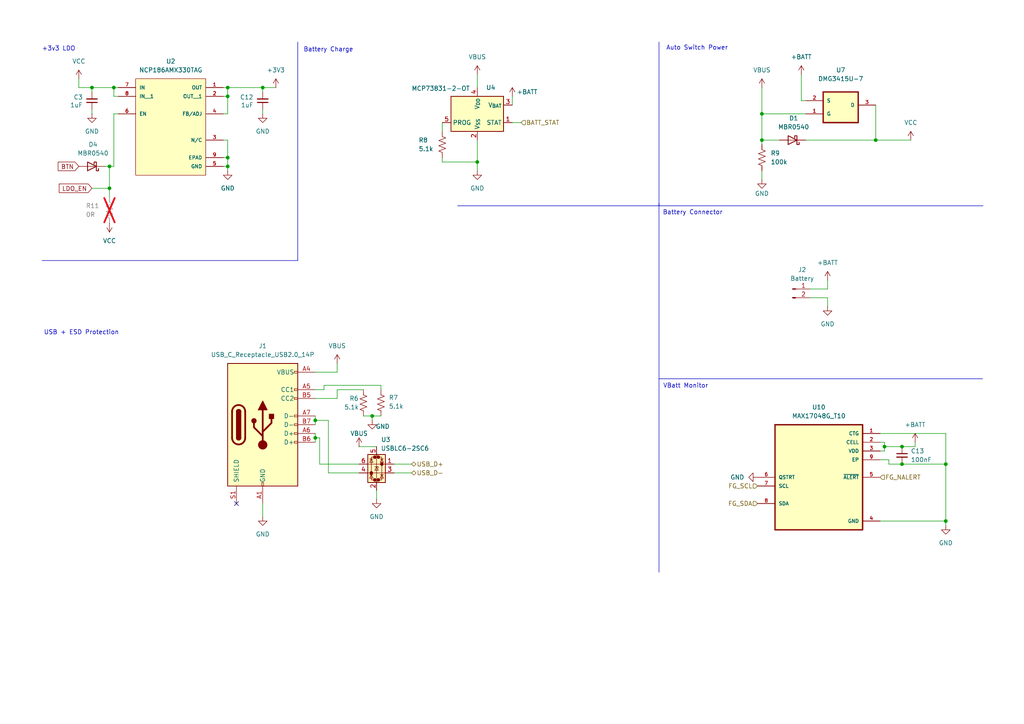
<source format=kicad_sch>
(kicad_sch (version 20231120) (generator "eeschema") (generator_version "8.0")
  (paper "A4")
  (lib_symbols
    (symbol "Battery_Management:MCP73831-2-OT"
      (property "Reference" "U" (at -7.62 6.35 0))
      (property "Value" "MCP73831-2-OT" (at 1.27 6.35 0))
      (symbol "MCP73831-2-OT_0_1"
        (rectangle (start -7.62 5.08) (end 7.62 -5.08) (stroke (width 0.254)) (fill (type background)))
      )
      (symbol "MCP73831-2-OT_1_1"
        (pin tri_state line (at 10.16 -2.54 180) (length 2.54) (name "STAT") (number "1"))
        (pin power_in line (at 0 -7.62 90) (length 2.54) (name "V_{SS}") (number "2"))
        (pin power_out line (at 10.16 2.54 180) (length 2.54) (name "V_{BAT}") (number "3"))
        (pin power_in line (at 0 7.62 270) (length 2.54) (name "V_{DD}") (number "4"))
        (pin input line (at -10.16 -2.54 0) (length 2.54) (name "PROG") (number "5"))
      )
    )
    (symbol "Connector:Conn_01x02_Pin" (pin_names (offset 1.016) hide)
      (property "Reference" "J" (at 0 2.54 0))
      (property "Value" "Conn_01x02_Pin" (at 0 -5.08 0))
      (symbol "Conn_01x02_Pin_1_1"
        (polyline (pts (xy 1.27 -2.54) (xy 0.8636 -2.54)) (stroke (width 0.1524)))
        (polyline (pts (xy 1.27 0) (xy 0.8636 0)) (stroke (width 0.1524)))
        (rectangle (start 0.8636 -2.413) (end 0 -2.667) (stroke (width 0.1524)) (fill (type outline)))
        (rectangle (start 0.8636 0.127) (end 0 -0.127) (stroke (width 0.1524)) (fill (type outline)))
        (pin passive line (at 5.08 0 180) (length 3.81) (name "Pin_1") (number "1"))
        (pin passive line (at 5.08 -2.54 180) (length 3.81) (name "Pin_2") (number "2"))
      )
    )
    (symbol "Connector:USB_C_Receptacle_USB2.0_14P" (pin_names (offset 1.016))
      (property "Reference" "J" (at 0 22.225 0))
      (property "Value" "USB_C_Receptacle_USB2.0_14P" (at 0 19.685 0))
      (symbol "USB_C_Receptacle_USB2.0_14P_0_0"
        (rectangle (start -0.254 -17.78) (end 0.254 -16.764))
        (rectangle (start 10.16 -4.826) (end 9.144 -5.334))
        (rectangle (start 10.16 -2.286) (end 9.144 -2.794))
        (rectangle (start 10.16 0.254) (end 9.144 -0.254))
        (rectangle (start 10.16 2.794) (end 9.144 2.286))
        (rectangle (start 10.16 7.874) (end 9.144 7.366))
        (rectangle (start 10.16 10.414) (end 9.144 9.906))
        (rectangle (start 10.16 15.494) (end 9.144 14.986))
      )
      (symbol "USB_C_Receptacle_USB2.0_14P_0_1"
        (rectangle (start -10.16 17.78) (end 10.16 -17.78) (stroke (width 0.254)) (fill (type background)))
        (arc (start -8.89 -3.81) (mid -6.985 -5.7067) (end -5.08 -3.81) (stroke (width 0.508)))
        (arc (start -7.62 -3.81) (mid -6.985 -4.4423) (end -6.35 -3.81) (stroke (width 0.254)))
        (arc (start -7.62 -3.81) (mid -6.985 -4.4423) (end -6.35 -3.81) (stroke (width 0.254)) (fill (type outline)))
        (rectangle (start -7.62 -3.81) (end -6.35 3.81) (stroke (width 0.254)) (fill (type outline)))
        (arc (start -6.35 3.81) (mid -6.985 4.4423) (end -7.62 3.81) (stroke (width 0.254)))
        (arc (start -6.35 3.81) (mid -6.985 4.4423) (end -7.62 3.81) (stroke (width 0.254)) (fill (type outline)))
        (arc (start -5.08 3.81) (mid -6.985 5.7067) (end -8.89 3.81) (stroke (width 0.508)))
        (circle (center -2.54 1.143) (radius 0.635) (stroke (width 0.254)) (fill (type outline)))
        (circle (center 0 -5.842) (radius 1.27) (fill (type outline)))
        (polyline (pts (xy -8.89 -3.81) (xy -8.89 3.81)) (stroke (width 0.508)))
        (polyline (pts (xy -5.08 3.81) (xy -5.08 -3.81)) (stroke (width 0.508)))
        (polyline (pts (xy 0 -5.842) (xy 0 4.318)) (stroke (width 0.508)))
        (polyline (pts (xy 0 -3.302) (xy -2.54 -0.762) (xy -2.54 0.508)) (stroke (width 0.508)))
        (polyline (pts (xy 0 -2.032) (xy 2.54 0.508) (xy 2.54 1.778)) (stroke (width 0.508)))
        (polyline (pts (xy -1.27 4.318) (xy 0 6.858) (xy 1.27 4.318) (xy -1.27 4.318)) (stroke (width 0.254)) (fill (type outline)))
        (rectangle (start 1.905 1.778) (end 3.175 3.048) (stroke (width 0.254)) (fill (type outline)))
      )
      (symbol "USB_C_Receptacle_USB2.0_14P_1_1"
        (pin passive line (at 0 -22.86 90) (length 5.08) (name "GND") (number "A1"))
        (pin passive line (at 0 -22.86 90) (length 5.08) hide (name "GND") (number "A12"))
        (pin passive line (at 15.24 15.24 180) (length 5.08) (name "VBUS") (number "A4"))
        (pin bidirectional line (at 15.24 10.16 180) (length 5.08) (name "CC1") (number "A5"))
        (pin bidirectional line (at 15.24 -2.54 180) (length 5.08) (name "D+") (number "A6"))
        (pin bidirectional line (at 15.24 2.54 180) (length 5.08) (name "D-") (number "A7"))
        (pin passive line (at 15.24 15.24 180) (length 5.08) hide (name "VBUS") (number "A9"))
        (pin passive line (at 0 -22.86 90) (length 5.08) hide (name "GND") (number "B1"))
        (pin passive line (at 0 -22.86 90) (length 5.08) hide (name "GND") (number "B12"))
        (pin passive line (at 15.24 15.24 180) (length 5.08) hide (name "VBUS") (number "B4"))
        (pin bidirectional line (at 15.24 7.62 180) (length 5.08) (name "CC2") (number "B5"))
        (pin bidirectional line (at 15.24 -5.08 180) (length 5.08) (name "D+") (number "B6"))
        (pin bidirectional line (at 15.24 0 180) (length 5.08) (name "D-") (number "B7"))
        (pin passive line (at 15.24 15.24 180) (length 5.08) hide (name "VBUS") (number "B9"))
        (pin passive line (at -7.62 -22.86 90) (length 5.08) (name "SHIELD") (number "S1"))
      )
    )
    (symbol "DMG3415U-7:DMG3415U-7" (pin_names (offset 1.016))
      (property "Reference" "U8" (at 0 10.16 0))
      (property "Value" "DMG3415U-7" (at 0 7.62 0))
      (symbol "DMG3415U-7_0_0"
        (rectangle (start -5.08 3.81) (end 5.08 -5.08) (stroke (width 0.4064)) (fill (type background)))
        (pin power_in line (at -10.16 -2.54 0) (length 5.08) (name "G") (number "1"))
        (pin passive line (at -10.16 1.27 0) (length 5.08) (name "S") (number "2"))
        (pin output line (at 10.16 0 180) (length 5.08) (name "D") (number "3"))
      )
    )
    (symbol "Device:C_Small" (pin_numbers hide) (pin_names (offset 0.254) hide)
      (property "Reference" "C" (at 0.254 1.778 0))
      (property "Value" "C_Small" (at 0.254 -2.032 0))
      (symbol "C_Small_0_1"
        (polyline (pts (xy -1.524 -0.508) (xy 1.524 -0.508)) (stroke (width 0.3302)))
        (polyline (pts (xy -1.524 0.508) (xy 1.524 0.508)) (stroke (width 0.3048)))
      )
      (symbol "C_Small_1_1"
        (pin passive line (at 0 2.54 270) (length 2.032) (name "~") (number "1"))
        (pin passive line (at 0 -2.54 90) (length 2.032) (name "~") (number "2"))
      )
    )
    (symbol "Device:R_US" (pin_numbers hide) (pin_names (offset 0))
      (property "Reference" "R" (at 2.54 0 90))
      (property "Value" "R_US" (at -2.54 0 90))
      (symbol "R_US_0_1"
        (polyline (pts (xy 0 -2.286) (xy 0 -2.54)))
        (polyline (pts (xy 0 2.286) (xy 0 2.54)))
        (polyline (pts (xy 0 -0.762) (xy 1.016 -1.143) (xy 0 -1.524) (xy -1.016 -1.905) (xy 0 -2.286)))
        (polyline (pts (xy 0 0.762) (xy 1.016 0.381) (xy 0 0) (xy -1.016 -0.381) (xy 0 -0.762)))
        (polyline (pts (xy 0 2.286) (xy 1.016 1.905) (xy 0 1.524) (xy -1.016 1.143) (xy 0 0.762)))
      )
      (symbol "R_US_1_1"
        (pin passive line (at 0 3.81 270) (length 1.27) (name "~") (number "1"))
        (pin passive line (at 0 -3.81 90) (length 1.27) (name "~") (number "2"))
      )
    )
    (symbol "Diode:MBR0540" (pin_numbers hide) (pin_names (offset 1.016) hide)
      (property "Reference" "D" (at 0 2.54 0))
      (property "Value" "MBR0540" (at 0 -2.54 0))
      (symbol "MBR0540_0_1"
        (polyline (pts (xy 1.27 0) (xy -1.27 0)))
        (polyline (pts (xy 1.27 1.27) (xy 1.27 -1.27) (xy -1.27 0) (xy 1.27 1.27)) (stroke (width 0.254)))
        (polyline (pts (xy -1.905 0.635) (xy -1.905 1.27) (xy -1.27 1.27) (xy -1.27 -1.27) (xy -0.635 -1.27) (xy -0.635 -0.635)) (stroke (width 0.254)))
      )
      (symbol "MBR0540_1_1"
        (pin passive line (at -3.81 0 0) (length 2.54) (name "K") (number "1"))
        (pin passive line (at 3.81 0 180) (length 2.54) (name "A") (number "2"))
      )
    )
    (symbol "MAX17048G_T10:MAX17048G_T10" (pin_names (offset 1.016))
      (property "Reference" "U" (at -12.7 16.24 0))
      (property "Value" "MAX17048G_T10" (at -12.7 -19.24 0))
      (symbol "MAX17048G_T10_0_0"
        (rectangle (start -12.7 -15.24) (end 12.7 15.24) (stroke (width 0.41)) (fill (type background)))
        (pin power_in line (at 17.78 12.7 180) (length 5.08) (name "CTG") (number "1"))
        (pin power_in line (at 17.78 10.16 180) (length 5.08) (name "CELL") (number "2"))
        (pin power_in line (at 17.78 7.62 180) (length 5.08) (name "VDD") (number "3"))
        (pin power_in line (at 17.78 -12.7 180) (length 5.08) (name "GND") (number "4"))
        (pin output line (at 17.78 0 180) (length 5.08) (name "~{ALERT}") (number "5"))
        (pin input line (at -17.78 0 0) (length 5.08) (name "QSTRT") (number "6"))
        (pin input line (at -17.78 -2.54 0) (length 5.08) (name "SCL") (number "7"))
        (pin bidirectional line (at -17.78 -7.62 0) (length 5.08) (name "SDA") (number "8"))
        (pin power_in line (at 17.78 5.08 180) (length 5.08) (name "EP") (number "9"))
      )
    )
    (symbol "NCP186AMX330TAG:NCP186AMX330TAG" (pin_names (offset 1.016))
      (property "Reference" "U" (at -10.16 13.208 0))
      (property "Value" "NCP186AMX330TAG" (at -10.16 -17.78 0))
      (symbol "NCP186AMX330TAG_0_0"
        (rectangle (start -10.16 -15.24) (end 10.16 12.7) (stroke (width 0.1524)) (fill (type background)))
        (pin output line (at 15.24 10.16 180) (length 5.08) (name "OUT") (number "1"))
        (pin output line (at 15.24 7.62 180) (length 5.08) (name "OUT__1") (number "2"))
        (pin passive line (at 15.24 -5.08 180) (length 5.08) (name "N/C") (number "3"))
        (pin input line (at 15.24 2.54 180) (length 5.08) (name "FB/ADJ") (number "4"))
        (pin power_in line (at 15.24 -12.7 180) (length 5.08) (name "GND") (number "5"))
        (pin input line (at -15.24 2.54 0) (length 5.08) (name "EN") (number "6"))
        (pin input line (at -15.24 10.16 0) (length 5.08) (name "IN") (number "7"))
        (pin input line (at -15.24 7.62 0) (length 5.08) (name "IN__1") (number "8"))
        (pin power_in line (at 15.24 -10.16 180) (length 5.08) (name "EPAD") (number "9"))
      )
    )
    (symbol "Power_Protection:USBLC6-2SC6" (pin_names hide)
      (property "Reference" "U" (at 0.635 5.715 0))
      (property "Value" "USBLC6-2SC6" (at 0.635 3.81 0))
      (symbol "USBLC6-2SC6_0_0"
        (circle (center -1.524 0) (radius 0.0001) (stroke (width 0.508)))
        (circle (center -0.508 -4.572) (radius 0.0001) (stroke (width 0.508)))
        (circle (center -0.508 2.032) (radius 0.0001) (stroke (width 0.508)))
        (circle (center 0.508 -4.572) (radius 0.0001) (stroke (width 0.508)))
        (circle (center 0.508 2.032) (radius 0.0001) (stroke (width 0.508)))
        (circle (center 1.524 -2.54) (radius 0.0001) (stroke (width 0.508)))
      )
      (symbol "USBLC6-2SC6_0_1"
        (polyline (pts (xy -2.54 -2.54) (xy 2.54 -2.54)))
        (polyline (pts (xy -2.54 0) (xy 2.54 0)))
        (polyline (pts (xy -2.032 -3.048) (xy -1.016 -3.048)))
        (polyline (pts (xy -1.016 1.524) (xy -2.032 1.524)))
        (polyline (pts (xy 1.016 -3.048) (xy 2.032 -3.048)))
        (polyline (pts (xy 1.016 1.524) (xy 2.032 1.524)))
        (polyline (pts (xy -0.508 -1.143) (xy -0.508 -0.762) (xy 0.508 -0.762)))
        (polyline (pts (xy -2.032 0.508) (xy -1.016 0.508) (xy -1.524 1.524) (xy -2.032 0.508)))
        (polyline (pts (xy -1.016 -4.064) (xy -2.032 -4.064) (xy -1.524 -3.048) (xy -1.016 -4.064)))
        (polyline (pts (xy 0.508 -1.778) (xy -0.508 -1.778) (xy 0 -0.762) (xy 0.508 -1.778)))
        (polyline (pts (xy 2.032 -4.064) (xy 1.016 -4.064) (xy 1.524 -3.048) (xy 2.032 -4.064)))
        (polyline (pts (xy 2.032 0.508) (xy 1.016 0.508) (xy 1.524 1.524) (xy 2.032 0.508)))
        (polyline (pts (xy 0 2.54) (xy -0.508 2.032) (xy 0.508 2.032) (xy 0 1.524) (xy 0 -4.064) (xy -0.508 -4.572) (xy 0.508 -4.572) (xy 0 -5.08)))
      )
      (symbol "USBLC6-2SC6_1_1"
        (rectangle (start -2.54 2.794) (end 2.54 -5.334) (stroke (width 0.254)) (fill (type background)))
        (polyline (pts (xy -0.508 2.032) (xy -1.524 2.032) (xy -1.524 -4.572) (xy -0.508 -4.572)))
        (polyline (pts (xy 0.508 -4.572) (xy 1.524 -4.572) (xy 1.524 2.032) (xy 0.508 2.032)))
        (pin passive line (at -5.08 0 0) (length 2.54) (name "I/O1") (number "1"))
        (pin passive line (at 0 -7.62 90) (length 2.54) (name "GND") (number "2"))
        (pin passive line (at -5.08 -2.54 0) (length 2.54) (name "I/O2") (number "3"))
        (pin passive line (at 5.08 -2.54 180) (length 2.54) (name "I/O2") (number "4"))
        (pin passive line (at 0 5.08 270) (length 2.54) (name "VBUS") (number "5"))
        (pin passive line (at 5.08 0 180) (length 2.54) (name "I/O1") (number "6"))
      )
    )
    (symbol "power:+3V3" (power) (pin_numbers hide) (pin_names (offset 0) hide)
      (property "Value" "+3V3" (at 0 3.556 0))
      (symbol "+3V3_0_1"
        (polyline (pts (xy -0.762 1.27) (xy 0 2.54)))
        (polyline (pts (xy 0 0) (xy 0 2.54)))
        (polyline (pts (xy 0 2.54) (xy 0.762 1.27)))
      )
      (symbol "+3V3_1_1"
        (pin power_in line (at 0 0 90) (length 0) (name "~") (number "1"))
      )
    )
    (symbol "power:+BATT" (power) (pin_numbers hide) (pin_names (offset 0) hide)
      (property "Value" "+BATT" (at 0 3.556 0))
      (symbol "+BATT_0_1"
        (polyline (pts (xy -0.762 1.27) (xy 0 2.54)))
        (polyline (pts (xy 0 0) (xy 0 2.54)))
        (polyline (pts (xy 0 2.54) (xy 0.762 1.27)))
      )
      (symbol "+BATT_1_1"
        (pin power_in line (at 0 0 90) (length 0) (name "~") (number "1"))
      )
    )
    (symbol "power:GND" (power) (pin_numbers hide) (pin_names (offset 0) hide)
      (property "Value" "GND" (at 0 -3.81 0))
      (symbol "GND_0_1"
        (polyline (pts (xy 0 0) (xy 0 -1.27) (xy 1.27 -1.27) (xy 0 -2.54) (xy -1.27 -1.27) (xy 0 -1.27)))
      )
      (symbol "GND_1_1"
        (pin power_in line (at 0 0 270) (length 0) (name "~") (number "1"))
      )
    )
    (symbol "power:VBUS" (power) (pin_numbers hide) (pin_names (offset 0) hide)
      (property "Value" "VBUS" (at 0 3.556 0))
      (symbol "VBUS_0_1"
        (polyline (pts (xy -0.762 1.27) (xy 0 2.54)))
        (polyline (pts (xy 0 0) (xy 0 2.54)))
        (polyline (pts (xy 0 2.54) (xy 0.762 1.27)))
      )
      (symbol "VBUS_1_1"
        (pin power_in line (at 0 0 90) (length 0) (name "~") (number "1"))
      )
    )
    (symbol "power:VCC" (power) (pin_numbers hide) (pin_names (offset 0) hide)
      (property "Value" "VCC" (at 0 3.556 0))
      (symbol "VCC_0_1"
        (polyline (pts (xy -0.762 1.27) (xy 0 2.54)))
        (polyline (pts (xy 0 0) (xy 0 2.54)))
        (polyline (pts (xy 0 2.54) (xy 0.762 1.27)))
      )
      (symbol "VCC_1_1"
        (pin power_in line (at 0 0 90) (length 0) (name "~") (number "1"))
      )
    )
    (symbol "power:VDD" (power) (pin_numbers hide) (pin_names (offset 0) hide)
      (property "Value" "VDD" (at 0 3.556 0))
      (symbol "VDD_0_1"
        (polyline (pts (xy -0.762 1.27) (xy 0 2.54)))
        (polyline (pts (xy 0 0) (xy 0 2.54)))
        (polyline (pts (xy 0 2.54) (xy 0.762 1.27)))
      )
      (symbol "VDD_1_1"
        (pin power_in line (at 0 0 90) (length 0) (name "~") (number "1"))
      )
    )
  )
  (junction (at 31.75 48.26))
  (junction (at 261.62 134.62))
  (junction (at 66.04 45.72))
  (junction (at 76.2 25.4))
  (junction (at 91.44 121.92))
  (junction (at 31.75 54.61))
  (junction (at 66.04 27.94))
  (junction (at 33.02 25.4))
  (junction (at 91.44 127))
  (junction (at 274.32 151.13))
  (junction (at 274.32 134.62))
  (junction (at 138.43 46.99))
  (junction (at 256.54 129.54))
  (junction (at 66.04 25.4))
  (junction (at 26.67 25.4))
  (junction (at 220.98 40.64))
  (junction (at 254 40.64))
  (junction (at 66.04 48.26))
  (junction (at 220.98 33.02))
  (junction (at 261.62 129.54))
  (junction (at 107.95 120.65))
  (no_connect (at 68.58 146.05))
  (wire (pts (xy 64.77 33.02) (xy 66.04 33.02)))
  (wire (pts (xy 91.44 115.57) (xy 97.79 115.57)))
  (wire (pts (xy 91.44 120.65) (xy 91.44 121.92)))
  (wire (pts (xy 26.67 54.61) (xy 31.75 54.61)))
  (wire (pts (xy 256.54 129.54) (xy 256.54 130.81)))
  (wire (pts (xy 31.75 54.61) (xy 31.75 57.15)))
  (wire (pts (xy 255.27 130.81) (xy 256.54 130.81)))
  (wire (pts (xy 92.71 134.62) (xy 104.14 134.62)))
  (wire (pts (xy 76.2 31.75) (xy 76.2 33.02)))
  (wire (pts (xy 33.02 33.02) (xy 33.02 48.26)))
  (wire (pts (xy 97.79 115.57) (xy 97.79 113.03)))
  (wire (pts (xy 255.27 125.73) (xy 274.32 125.73)))
  (wire (pts (xy 256.54 129.54) (xy 261.62 129.54)))
  (wire (pts (xy 240.03 83.82) (xy 240.03 81.28)))
  (wire (pts (xy 64.77 25.4) (xy 66.04 25.4)))
  (wire (pts (xy 234.95 86.36) (xy 240.03 86.36)))
  (wire (pts (xy 254 40.64) (xy 264.16 40.64)))
  (wire (pts (xy 80.01 25.4) (xy 76.2 25.4)))
  (wire (pts (xy 234.95 83.82) (xy 240.03 83.82)))
  (wire (pts (xy 26.67 31.75) (xy 26.67 33.02)))
  (wire (pts (xy 151.13 35.56) (xy 148.59 35.56)))
  (wire (pts (xy 148.59 27.94) (xy 148.59 30.48)))
  (wire (pts (xy 64.77 48.26) (xy 66.04 48.26)))
  (wire (pts (xy 265.43 128.27) (xy 265.43 129.54)))
  (wire (pts (xy 240.03 86.36) (xy 240.03 88.9)))
  (wire (pts (xy 95.25 121.92) (xy 95.25 137.16)))
  (wire (pts (xy 66.04 27.94) (xy 66.04 33.02)))
  (wire (pts (xy 220.98 33.02) (xy 220.98 40.64)))
  (polyline (pts (xy 191.135 109.855) (xy 191.135 59.055)))
  (wire (pts (xy 274.32 151.13) (xy 274.32 152.4)))
  (wire (pts (xy 26.67 25.4) (xy 33.02 25.4)))
  (wire (pts (xy 138.43 21.59) (xy 138.43 25.4)))
  (wire (pts (xy 93.98 113.03) (xy 91.44 113.03)))
  (wire (pts (xy 93.98 113.03) (xy 93.98 111.76)))
  (wire (pts (xy 220.98 25.4) (xy 220.98 33.02)))
  (wire (pts (xy 255.27 128.27) (xy 256.54 128.27)))
  (wire (pts (xy 274.32 134.62) (xy 274.32 151.13)))
  (wire (pts (xy 220.98 33.02) (xy 233.68 33.02)))
  (wire (pts (xy 220.98 49.53) (xy 220.98 52.07)))
  (wire (pts (xy 64.77 40.64) (xy 66.04 40.64)))
  (wire (pts (xy 109.22 142.24) (xy 109.22 144.78)))
  (wire (pts (xy 114.3 134.62) (xy 119.38 134.62)))
  (wire (pts (xy 93.98 111.76) (xy 110.49 111.76)))
  (wire (pts (xy 91.44 127) (xy 92.71 127)))
  (wire (pts (xy 31.75 48.26) (xy 31.75 54.61)))
  (wire (pts (xy 64.77 45.72) (xy 66.04 45.72)))
  (wire (pts (xy 95.25 121.92) (xy 91.44 121.92)))
  (wire (pts (xy 33.02 48.26) (xy 31.75 48.26)))
  (wire (pts (xy 33.02 25.4) (xy 33.02 27.94)))
  (polyline (pts (xy 191.135 12.192) (xy 191.135 59.69)))
  (wire (pts (xy 92.71 127) (xy 92.71 134.62)))
  (wire (pts (xy 34.29 25.4) (xy 33.02 25.4)))
  (wire (pts (xy 220.98 40.64) (xy 226.06 40.64)))
  (wire (pts (xy 97.79 107.95) (xy 97.79 105.41)))
  (wire (pts (xy 105.41 120.65) (xy 107.95 120.65)))
  (wire (pts (xy 128.27 35.56) (xy 128.27 38.1)))
  (wire (pts (xy 22.86 25.4) (xy 26.67 25.4)))
  (wire (pts (xy 220.98 40.64) (xy 220.98 41.91)))
  (polyline (pts (xy 86.36 12.192) (xy 86.36 75.565)))
  (wire (pts (xy 256.54 128.27) (xy 256.54 129.54)))
  (wire (pts (xy 255.27 151.13) (xy 274.32 151.13)))
  (wire (pts (xy 91.44 127) (xy 91.44 128.27)))
  (wire (pts (xy 138.43 46.99) (xy 138.43 49.53)))
  (wire (pts (xy 34.29 33.02) (xy 33.02 33.02)))
  (wire (pts (xy 110.49 111.76) (xy 110.49 113.03)))
  (wire (pts (xy 26.67 26.67) (xy 26.67 25.4)))
  (wire (pts (xy 261.62 134.62) (xy 274.32 134.62)))
  (wire (pts (xy 95.25 137.16) (xy 104.14 137.16)))
  (wire (pts (xy 257.81 134.62) (xy 257.81 133.35)))
  (wire (pts (xy 33.02 27.94) (xy 34.29 27.94)))
  (wire (pts (xy 31.75 48.26) (xy 30.48 48.26)))
  (wire (pts (xy 66.04 45.72) (xy 66.04 48.26)))
  (wire (pts (xy 66.04 25.4) (xy 66.04 27.94)))
  (wire (pts (xy 274.32 125.73) (xy 274.32 134.62)))
  (wire (pts (xy 233.68 40.64) (xy 254 40.64)))
  (wire (pts (xy 66.04 48.26) (xy 66.04 49.53)))
  (polyline (pts (xy 12.192 75.565) (xy 86.36 75.565)))
  (wire (pts (xy 232.41 29.21) (xy 233.68 29.21)))
  (wire (pts (xy 254 30.48) (xy 254 40.64)))
  (wire (pts (xy 66.04 25.4) (xy 76.2 25.4)))
  (wire (pts (xy 104.14 129.54) (xy 109.22 129.54)))
  (polyline (pts (xy 284.988 109.855) (xy 191.135 109.855)))
  (wire (pts (xy 257.81 134.62) (xy 261.62 134.62)))
  (wire (pts (xy 265.43 129.54) (xy 261.62 129.54)))
  (wire (pts (xy 138.43 40.64) (xy 138.43 46.99)))
  (wire (pts (xy 64.77 27.94) (xy 66.04 27.94)))
  (polyline (pts (xy 132.715 59.69) (xy 285.115 59.69)))
  (wire (pts (xy 128.27 46.99) (xy 128.27 45.72)))
  (wire (pts (xy 91.44 107.95) (xy 97.79 107.95)))
  (wire (pts (xy 91.44 121.92) (xy 91.44 123.19)))
  (wire (pts (xy 22.86 22.86) (xy 22.86 25.4)))
  (wire (pts (xy 66.04 40.64) (xy 66.04 45.72)))
  (wire (pts (xy 91.44 125.73) (xy 91.44 127)))
  (wire (pts (xy 107.95 120.65) (xy 107.95 121.92)))
  (wire (pts (xy 257.81 133.35) (xy 255.27 133.35)))
  (polyline (pts (xy 191.135 109.855) (xy 191.135 165.9685)))
  (wire (pts (xy 97.79 113.03) (xy 105.41 113.03)))
  (wire (pts (xy 76.2 146.05) (xy 76.2 149.86)))
  (wire (pts (xy 232.41 21.59) (xy 232.41 29.21)))
  (wire (pts (xy 107.95 120.65) (xy 110.49 120.65)))
  (wire (pts (xy 119.38 137.16) (xy 114.3 137.16)))
  (wire (pts (xy 128.27 46.99) (xy 138.43 46.99)))
  (wire (pts (xy 76.2 25.4) (xy 76.2 26.67)))
  (text "Battery Connector" (at 200.914 61.722 0) (effects (font (size 1.27 1.27))))
  (text "USB + ESD Protection" (at 23.622 96.52 0) (effects (font (size 1.27 1.27))))
  (text "+3v3 LDO" (at 17.018 14.224 0) (effects (font (size 1.27 1.27))))
  (text "Auto Switch Power" (at 202.184 13.97 0) (effects (font (size 1.27 1.27))))
  (text "VBatt Monitor" (at 198.882 112.014 0) (effects (font (size 1.27 1.27))))
  (text "Battery Charge" (at 95.25 14.478 0) (effects (font (size 1.27 1.27))))
  (global_label "LDO_EN" (shape input) (at 26.67 54.61 180) (property "Intersheetrefs" "${INTERSHEET_REFS}" (effects (hide yes))))
  (global_label "BTN" (shape input) (at 22.86 48.26 180) (property "Intersheetrefs" "${INTERSHEET_REFS}" (effects (hide yes))))
  (hierarchical_label "FG_SDA" (shape input) (at 219.71 146.05 180))
  (hierarchical_label "USB_D-" (shape bidirectional) (at 119.38 137.16 0))
  (hierarchical_label "BATT_STAT" (shape input) (at 151.13 35.56 0))
  (hierarchical_label "USB_D+" (shape bidirectional) (at 119.38 134.62 0))
  (hierarchical_label "FG_SCL" (shape input) (at 219.71 140.97 180))
  (hierarchical_label "FG_NALERT" (shape input) (at 255.27 138.43 0))
  (symbol (lib_id "Diode:MBR0540") (at 229.87 40.64 180) (unit 1)
    (property "Reference" "D1" (at 230.1875 34.29 0))
    (property "Value" "MBR0540" (at 230.1875 36.83 0))
    (property "Footprint" "Diode_SMD:D_SOD-123" (effects (hide yes)))
    (property "Datasheet" "http://www.mccsemi.com/up_pdf/MBR0520~MBR0580(SOD123).pdf" (effects (hide yes)))
    (property "Description" "40V 0.5A Schottky Power Rectifier Diode, SOD-123" (effects (hide yes)))
  )
  (symbol (lib_id "power:VBUS") (at 220.98 25.4 0) (unit 1)
    (property "Reference" "#PWR027" (effects (hide yes)))
    (property "Value" "VBUS" (at 220.98 20.32 0))
    (property "Description" "Power symbol creates a global label with name \"VBUS\"" (effects (hide yes)))
  )
  (symbol (lib_id "Power_Protection:USBLC6-2SC6") (at 109.22 134.62 0) (mirror y) (unit 1)
    (property "Reference" "U3" (at 113.284 127.508 0) (effects (justify left)))
    (property "Value" "USBLC6-2SC6" (at 124.46 130.048 0) (effects (justify left)))
    (property "Footprint" "Package_TO_SOT_SMD:SOT-23-6" (effects (hide yes)))
    (property "Datasheet" "https://www.st.com/resource/en/datasheet/usblc6-2.pdf" (effects (hide yes)))
    (property "Description" "Very low capacitance ESD protection diode, 2 data-line, SOT-23-6" (effects (hide yes)))
  )
  (symbol (lib_id "power:+3V3") (at 80.01 25.4 0) (unit 1)
    (property "Reference" "#PWR060" (effects (hide yes)))
    (property "Value" "+3V3" (at 80.01 20.32 0))
    (property "Description" "Power symbol creates a global label with name \"+3V3\"" (effects (hide yes)))
  )
  (symbol (lib_id "Device:R_US") (at 31.75 60.96 0) (unit 1) (dnp yes)
    (property "Reference" "R11" (at 24.892 59.69 0) (effects (justify left)))
    (property "Value" "0R" (at 24.892 62.23 0) (effects (justify left)))
    (property "Footprint" "Resistor_SMD:R_0402_1005Metric" (effects (hide yes)))
    (property "Description" "Resistor, US symbol" (effects (hide yes)))
  )
  (symbol (lib_id "power:+BATT") (at 148.59 27.94 0) (unit 1)
    (property "Reference" "#PWR026" (effects (hide yes)))
    (property "Value" "+BATT" (at 152.908 26.67 0))
    (property "Description" "Power symbol creates a global label with name \"+BATT\"" (effects (hide yes)))
  )
  (symbol (lib_id "Device:R_US") (at 128.27 41.91 0) (unit 1)
    (property "Reference" "R8" (at 121.412 40.64 0) (effects (justify left)))
    (property "Value" "5.1k" (at 121.412 43.18 0) (effects (justify left)))
    (property "Footprint" "Resistor_SMD:R_0402_1005Metric" (effects (hide yes)))
    (property "Description" "Resistor, US symbol" (effects (hide yes)))
  )
  (symbol (lib_id "power:GND") (at 138.43 49.53 0) (unit 1)
    (property "Reference" "#PWR025" (effects (hide yes)))
    (property "Value" "GND" (at 138.43 54.61 0))
    (property "Description" "Power symbol creates a global label with name \"GND\" , ground" (effects (hide yes)))
  )
  (symbol (lib_id "power:GND") (at 109.22 144.78 0) (unit 1)
    (property "Reference" "#PWR023" (effects (hide yes)))
    (property "Value" "GND" (at 109.22 149.86 0))
    (property "Description" "Power symbol creates a global label with name \"GND\" , ground" (effects (hide yes)))
  )
  (symbol (lib_id "power:GND") (at 220.98 52.07 0) (unit 1)
    (property "Reference" "#PWR028" (effects (hide yes)))
    (property "Value" "GND" (at 220.98 56.134 0))
    (property "Description" "Power symbol creates a global label with name \"GND\" , ground" (effects (hide yes)))
  )
  (symbol (lib_id "power:VBUS") (at 104.14 129.54 0) (unit 1)
    (property "Reference" "#PWR021" (effects (hide yes)))
    (property "Value" "VBUS" (at 104.14 125.73 0))
    (property "Description" "Power symbol creates a global label with name \"VBUS\"" (effects (hide yes)))
  )
  (symbol (lib_id "power:+BATT") (at 240.03 81.28 0) (unit 1)
    (property "Reference" "#PWR030" (effects (hide yes)))
    (property "Value" "+BATT" (at 240.03 76.2 0))
    (property "Description" "Power symbol creates a global label with name \"+BATT\"" (effects (hide yes)))
  )
  (symbol (lib_id "power:GND") (at 240.03 88.9 0) (unit 1)
    (property "Reference" "#PWR031" (effects (hide yes)))
    (property "Value" "GND" (at 240.03 93.98 0))
    (property "Description" "Power symbol creates a global label with name \"GND\" , ground" (effects (hide yes)))
  )
  (symbol (lib_id "DMG3415U-7:DMG3415U-7") (at 243.84 30.48 0) (unit 1)
    (property "Reference" "U7" (at 243.84 20.32 0))
    (property "Value" "DMG3415U-7" (at 243.84 22.86 0))
    (property "Footprint" "custom_comps:SOT95P240X105-3N" (effects (hide yes)))
    (property "MPN" "DMG3415U-7" (effects (hide yes)))
    (property "OC_FARNELL" "1843688" (effects (hide yes)))
    (property "OC_NEWARK" "12T2026" (effects (hide yes)))
    (property "SUPPLIER" "Diodes Inc" (effects (hide yes)))
    (property "PACKAGE" "SOT-23-3" (effects (hide yes)))
  )
  (symbol (lib_id "Device:R_US") (at 110.49 116.84 0) (unit 1)
    (property "Reference" "R7" (at 112.776 115.316 0) (effects (justify left)))
    (property "Value" "5.1k" (at 112.776 117.856 0) (effects (justify left)))
    (property "Footprint" "Resistor_SMD:R_0402_1005Metric" (effects (hide yes)))
    (property "Description" "Resistor, US symbol" (effects (hide yes)))
  )
  (symbol (lib_id "power:GND") (at 76.2 149.86 0) (unit 1)
    (property "Reference" "#PWR018" (effects (hide yes)))
    (property "Value" "GND" (at 76.2 154.94 0))
    (property "Description" "Power symbol creates a global label with name \"GND\" , ground" (effects (hide yes)))
  )
  (symbol (lib_id "MAX17048G_T10:MAX17048G_T10") (at 237.49 138.43 0) (unit 1)
    (property "Reference" "U10" (at 237.49 118.11 0))
    (property "Value" "MAX17048G_T10" (at 237.49 120.65 0))
    (property "Footprint" "custom_comps:SON50P200X200X80-9N" (effects (hide yes)))
  )
  (symbol (lib_id "power:+BATT") (at 265.43 128.27 0) (unit 1)
    (property "Reference" "#PWR032" (effects (hide yes)))
    (property "Value" "+BATT" (at 265.43 123.19 0))
    (property "Description" "Power symbol creates a global label with name \"+BATT\"" (effects (hide yes)))
  )
  (symbol (lib_id "Connector:Conn_01x02_Pin") (at 229.87 83.82 0) (unit 1)
    (property "Reference" "J2" (at 232.664 78.232 0))
    (property "Value" "Battery" (at 232.664 80.772 0))
    (property "Footprint" "custom_comps:2 Wire Pads" (effects (hide yes)))
    (property "Description" "Generic connector, single row, 01x02, script generated" (effects (hide yes)))
  )
  (symbol (lib_id "power:VBUS") (at 97.79 105.41 0) (unit 1)
    (property "Reference" "#PWR020" (effects (hide yes)))
    (property "Value" "VBUS" (at 97.79 100.33 0))
    (property "Description" "Power symbol creates a global label with name \"VBUS\"" (effects (hide yes)))
  )
  (symbol (lib_id "power:GND") (at 76.2 33.02 0) (unit 1)
    (property "Reference" "#PWR017" (effects (hide yes)))
    (property "Value" "GND" (at 76.2 38.1 0))
    (property "Description" "Power symbol creates a global label with name \"GND\" , ground" (effects (hide yes)))
  )
  (symbol (lib_id "power:GND") (at 219.71 138.43 270) (unit 1)
    (property "Reference" "#PWR068" (effects (hide yes)))
    (property "Value" "GND" (at 215.9 138.4299 90) (effects (justify right)))
    (property "Description" "Power symbol creates a global label with name \"GND\" , ground" (effects (hide yes)))
  )
  (symbol (lib_id "power:GND") (at 66.04 49.53 0) (unit 1)
    (property "Reference" "#PWR016" (effects (hide yes)))
    (property "Value" "GND" (at 66.04 54.61 0))
    (property "Description" "Power symbol creates a global label with name \"GND\" , ground" (effects (hide yes)))
  )
  (symbol (lib_id "power:GND") (at 274.32 152.4 0) (unit 1)
    (property "Reference" "#PWR029" (effects (hide yes)))
    (property "Value" "GND" (at 274.32 157.48 0))
    (property "Description" "Power symbol creates a global label with name \"GND\" , ground" (effects (hide yes)))
  )
  (symbol (lib_id "Connector:USB_C_Receptacle_USB2.0_14P") (at 76.2 123.19 0) (unit 1)
    (property "Reference" "J1" (at 76.2 100.33 0))
    (property "Value" "USB_C_Receptacle_USB2.0_14P" (at 76.2 102.87 0))
    (property "Footprint" "Connector_USB:USB_C_Receptacle_G-Switch_GT-USB-7010ASV" (effects (hide yes)))
    (property "Datasheet" "https://www.usb.org/sites/default/files/documents/usb_type-c.zip" (effects (hide yes)))
    (property "Description" "USB 2.0-only 14P Type-C Receptacle connector" (effects (hide yes)))
  )
  (symbol (lib_id "Diode:MBR0540") (at 26.67 48.26 180) (unit 1)
    (property "Reference" "D4" (at 26.9875 41.91 0))
    (property "Value" "MBR0540" (at 26.9875 44.45 0))
    (property "Footprint" "Diode_SMD:D_SOD-123" (effects (hide yes)))
    (property "Datasheet" "http://www.mccsemi.com/up_pdf/MBR0520~MBR0580(SOD123).pdf" (effects (hide yes)))
    (property "Description" "40V 0.5A Schottky Power Rectifier Diode, SOD-123" (effects (hide yes)))
  )
  (symbol (lib_id "power:VCC") (at 264.16 40.64 0) (unit 1)
    (property "Reference" "#PWR034" (effects (hide yes)))
    (property "Value" "VCC" (at 264.16 35.56 0))
    (property "Description" "Power symbol creates a global label with name \"VCC\"" (effects (hide yes)))
  )
  (symbol (lib_id "power:GND") (at 107.95 121.92 0) (unit 1)
    (property "Reference" "#PWR022" (effects (hide yes)))
    (property "Value" "GND" (at 110.998 123.698 0))
    (property "Description" "Power symbol creates a global label with name \"GND\" , ground" (effects (hide yes)))
  )
  (symbol (lib_id "Device:C_Small") (at 261.62 132.08 0) (unit 1)
    (property "Reference" "C13" (at 264.16 130.8162 0) (effects (justify left)))
    (property "Value" "100nF" (at 264.16 133.3562 0) (effects (justify left)))
    (property "Footprint" "Capacitor_SMD:C_0402_1005Metric" (effects (hide yes)))
    (property "Description" "Unpolarized capacitor, small symbol" (effects (hide yes)))
  )
  (symbol (lib_id "NCP186AMX330TAG:NCP186AMX330TAG") (at 49.53 35.56 0) (unit 1)
    (property "Reference" "U2" (at 49.53 17.78 0))
    (property "Value" "NCP186AMX330TAG" (at 49.53 20.32 0))
    (property "Footprint" "custom_comps:PSON40P160X120X45-9N" (effects (hide yes)))
    (property "PARTREV" "Rev.5" (effects (hide yes)))
    (property "MANUFACTURER" "On Semiconductor" (effects (hide yes)))
    (property "STANDARD" "IPC-7351B" (effects (hide yes)))
  )
  (symbol (lib_id "power:GND") (at 26.67 33.02 0) (unit 1)
    (property "Reference" "#PWR05" (effects (hide yes)))
    (property "Value" "GND" (at 26.67 38.1 0))
    (property "Description" "Power symbol creates a global label with name \"GND\" , ground" (effects (hide yes)))
  )
  (symbol (lib_id "Device:R_US") (at 220.98 45.72 0) (unit 1)
    (property "Reference" "R9" (at 223.52 44.4499 0) (effects (justify left)))
    (property "Value" "100k" (at 223.52 46.9899 0) (effects (justify left)))
    (property "Footprint" "Resistor_SMD:R_0402_1005Metric" (effects (hide yes)))
    (property "Description" "Resistor, US symbol" (effects (hide yes)))
  )
  (symbol (lib_id "power:VBUS") (at 138.43 21.59 0) (unit 1)
    (property "Reference" "#PWR024" (effects (hide yes)))
    (property "Value" "VBUS" (at 138.43 16.51 0))
    (property "Description" "Power symbol creates a global label with name \"VBUS\"" (effects (hide yes)))
  )
  (symbol (lib_id "power:+BATT") (at 232.41 21.59 0) (unit 1)
    (property "Reference" "#PWR033" (effects (hide yes)))
    (property "Value" "+BATT" (at 232.41 16.51 0))
    (property "Description" "Power symbol creates a global label with name \"+BATT\"" (effects (hide yes)))
  )
  (symbol (lib_id "power:VCC") (at 31.75 64.77 180) (unit 1)
    (property "Reference" "#PWR082" (effects (hide yes)))
    (property "Value" "VCC" (at 31.75 69.85 0))
    (property "Description" "Power symbol creates a global label with name \"VCC\"" (effects (hide yes)))
  )
  (symbol (lib_id "power:VDD") (at 22.86 22.86 0) (unit 1)
    (property "Reference" "#PWR04" (effects (hide yes)))
    (property "Value" "VCC" (at 22.86 17.78 0))
    (property "Description" "Power symbol creates a global label with name \"VDD\"" (effects (hide yes)))
  )
  (symbol (lib_id "Device:C_Small") (at 76.2 29.21 180) (unit 1)
    (property "Reference" "C12" (at 69.596 28.194 0) (effects (justify right)))
    (property "Value" "1uF" (at 69.85 30.48 0) (effects (justify right)))
    (property "Footprint" "Capacitor_SMD:C_0402_1005Metric" (effects (hide yes)))
    (property "Description" "Unpolarized capacitor, small symbol" (effects (hide yes)))
  )
  (symbol (lib_id "Battery_Management:MCP73831-2-OT") (at 138.43 33.02 0) (unit 1)
    (property "Reference" "U4" (at 140.97 25.4 0) (effects (justify left)))
    (property "Value" "MCP73831-2-OT" (at 119.38 25.654 0) (effects (justify left)))
    (property "Footprint" "Package_TO_SOT_SMD:SOT-23-5" (effects (hide yes)))
    (property "Datasheet" "http://ww1.microchip.com/downloads/en/DeviceDoc/20001984g.pdf" (effects (hide yes)))
    (property "Description" "Single cell, Li-Ion/Li-Po charge management controller, 4.20V, Tri-State Status Output, in SOT23-5 package" (effects (hide yes)))
  )
  (symbol (lib_id "Device:R_US") (at 105.41 116.84 0) (unit 1)
    (property "Reference" "R6" (at 101.346 115.57 0) (effects (justify left)))
    (property "Value" "5.1k" (at 99.822 118.11 0) (effects (justify left)))
    (property "Footprint" "Resistor_SMD:R_0402_1005Metric" (effects (hide yes)))
    (property "Description" "Resistor, US symbol" (effects (hide yes)))
  )
  (symbol (lib_id "Device:C_Small") (at 26.67 29.21 180) (unit 1)
    (property "Reference" "C3" (at 21.336 28.194 0) (effects (justify right)))
    (property "Value" "1uF" (at 20.32 30.48 0) (effects (justify right)))
    (property "Footprint" "Capacitor_SMD:C_0402_1005Metric" (effects (hide yes)))
    (property "Description" "Unpolarized capacitor, small symbol" (effects (hide yes)))
  )
)
</source>
